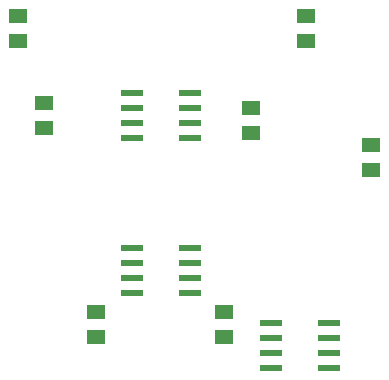
<source format=gbr>
G04*
G04 #@! TF.GenerationSoftware,Altium Limited,Altium Designer,24.2.2 (26)*
G04*
G04 Layer_Color=8421504*
%FSLAX25Y25*%
%MOIN*%
G70*
G04*
G04 #@! TF.SameCoordinates,FA71A643-0AA1-49A6-91FF-2340C96BA847*
G04*
G04*
G04 #@! TF.FilePolarity,Positive*
G04*
G01*
G75*
%ADD15R,0.05938X0.04750*%
%ADD16R,0.07800X0.02200*%
D15*
X446000Y218137D02*
D03*
Y209863D02*
D03*
X506000Y140363D02*
D03*
Y148637D02*
D03*
X463500Y140363D02*
D03*
Y148637D02*
D03*
X515000Y216637D02*
D03*
Y208363D02*
D03*
X533500Y247137D02*
D03*
Y238863D02*
D03*
X437500D02*
D03*
Y247137D02*
D03*
X555000Y195863D02*
D03*
Y204137D02*
D03*
D16*
X475300Y170000D02*
D03*
Y165000D02*
D03*
Y160000D02*
D03*
Y155000D02*
D03*
X494700D02*
D03*
Y160000D02*
D03*
Y165000D02*
D03*
Y170000D02*
D03*
X541200Y145000D02*
D03*
Y140000D02*
D03*
Y135000D02*
D03*
Y130000D02*
D03*
X521800D02*
D03*
Y135000D02*
D03*
Y140000D02*
D03*
Y145000D02*
D03*
X494700Y221500D02*
D03*
Y216500D02*
D03*
Y211500D02*
D03*
Y206500D02*
D03*
X475300D02*
D03*
Y211500D02*
D03*
Y216500D02*
D03*
Y221500D02*
D03*
M02*

</source>
